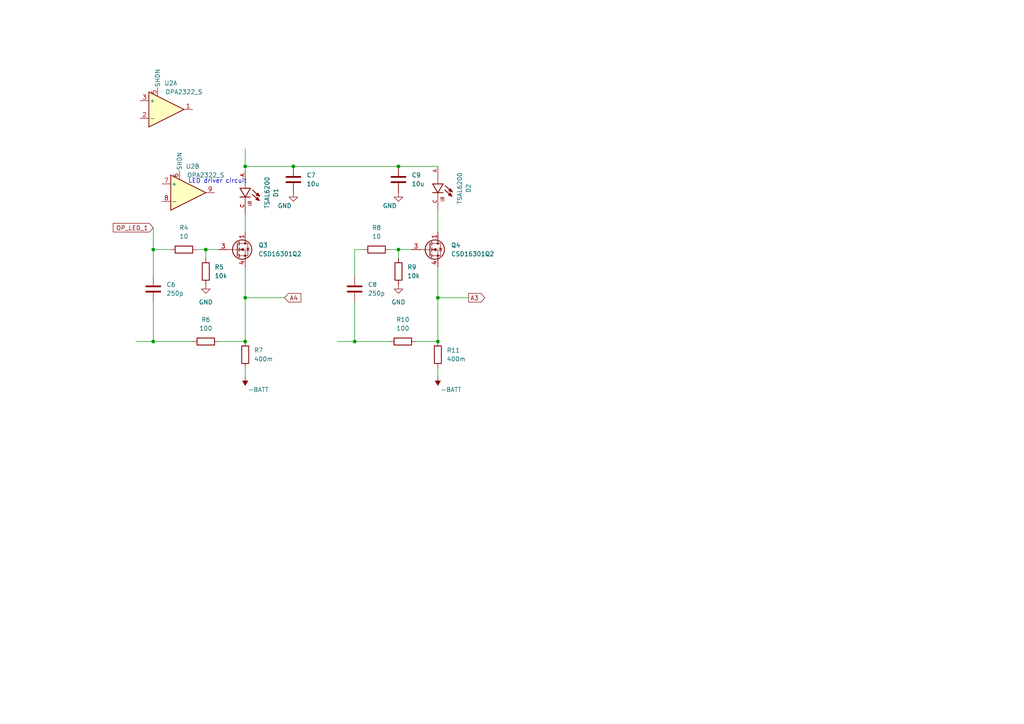
<source format=kicad_sch>
(kicad_sch (version 20230121) (generator eeschema)
  (paper "A4")
  (lib_symbols
    (symbol "Device:C" (pin_numbers hide) (pin_names (offset 0.254))
      (property "Reference" "C" (at 0.635 2.54 0))
      (property "Value" "C" (at 0.635 -2.54 0))
      (symbol "C_0_1"
        (polyline (pts (xy -2.032 -0.762) (xy 2.032 -0.762)) (stroke (width 0.508)))
        (polyline (pts (xy -2.032 0.762) (xy 2.032 0.762)) (stroke (width 0.508)))
      )
      (symbol "C_1_1"
        (pin passive line (at 0 3.81 270) (length 2.794) (name "~") (number "1"))
        (pin passive line (at 0 -3.81 90) (length 2.794) (name "~") (number "2"))
      )
    )
    (symbol "Device:R" (pin_numbers hide) (pin_names (offset 0))
      (property "Reference" "R" (at 2.032 0 90))
      (property "Value" "R" (at 0 0 90))
      (symbol "R_0_1"
        (rectangle (start -1.016 -2.54) (end 1.016 2.54) (stroke (width 0.254)))
      )
      (symbol "R_1_1"
        (pin passive line (at 0 3.81 270) (length 1.27) (name "~") (number "1"))
        (pin passive line (at 0 -3.81 90) (length 1.27) (name "~") (number "2"))
      )
    )
    (symbol "TSAL6200:TSAL6200" (pin_names (offset 1.016) hide)
      (property "Reference" "D" (at -3.556 4.826 0))
      (property "Value" "TSAL6200" (at -3.556 -3.302 0))
      (symbol "TSAL6200_0_0"
        (polyline (pts (xy -2.54 -1.524) (xy 0 0)) (stroke (width 0.254)))
        (polyline (pts (xy -2.54 0) (xy -5.08 0)) (stroke (width 0.1524)))
        (polyline (pts (xy -2.54 0) (xy -2.54 -1.524)) (stroke (width 0.254)))
        (polyline (pts (xy -2.54 1.524) (xy -2.54 0)) (stroke (width 0.254)))
        (polyline (pts (xy -1.1176 3.683) (xy -0.2286 4.1656)) (stroke (width 0.254)))
        (polyline (pts (xy -0.9398 3.6068) (xy -0.7112 3.7592)) (stroke (width 0.254)))
        (polyline (pts (xy -0.5588 3.2004) (xy -1.1176 3.683)) (stroke (width 0.254)))
        (polyline (pts (xy -0.5588 3.2004) (xy -0.5334 3.937)) (stroke (width 0.254)))
        (polyline (pts (xy -0.5334 3.937) (xy -0.6604 3.937)) (stroke (width 0.254)))
        (polyline (pts (xy -0.2286 4.1656) (xy -2.0066 2.1336)) (stroke (width 0.254)))
        (polyline (pts (xy -0.2286 4.1656) (xy -0.5588 3.2004)) (stroke (width 0.254)))
        (polyline (pts (xy 0 0) (xy -2.54 1.524)) (stroke (width 0.254)))
        (polyline (pts (xy 0 1.524) (xy 0 -1.524)) (stroke (width 0.254)))
        (polyline (pts (xy 0.127 3.5814) (xy 1.016 4.064)) (stroke (width 0.254)))
        (polyline (pts (xy 0.3048 3.5052) (xy 0.5334 3.6576)) (stroke (width 0.254)))
        (polyline (pts (xy 0.6858 3.0988) (xy 0.127 3.5814)) (stroke (width 0.254)))
        (polyline (pts (xy 0.6858 3.0988) (xy 0.7112 3.8354)) (stroke (width 0.254)))
        (polyline (pts (xy 0.7112 3.8354) (xy 0.5842 3.8354)) (stroke (width 0.254)))
        (polyline (pts (xy 1.016 4.064) (xy -0.762 2.032)) (stroke (width 0.254)))
        (polyline (pts (xy 1.016 4.064) (xy 0.6858 3.0988)) (stroke (width 0.254)))
        (text "IR" (at 1.016 2.032 0) (effects (font (size 1.016 1.016)) (justify left bottom)))
        (pin passive line (at -7.62 0 0) (length 2.54) (name "~") (number "A"))
        (pin passive line (at 5.08 0 180) (length 5.08) (name "~") (number "C"))
      )
    )
    (symbol "Transistor_FET:CSD16301Q2" (pin_names hide)
      (property "Reference" "Q" (at 5.08 1.905 0))
      (property "Value" "CSD16301Q2" (at 5.08 0 0))
      (symbol "CSD16301Q2_0_1"
        (polyline (pts (xy 0.254 0) (xy -2.54 0)))
        (polyline (pts (xy 0.254 1.905) (xy 0.254 -1.905)) (stroke (width 0.254)))
        (polyline (pts (xy 0.762 -1.27) (xy 0.762 -2.286)) (stroke (width 0.254)))
        (polyline (pts (xy 0.762 0.508) (xy 0.762 -0.508)) (stroke (width 0.254)))
        (polyline (pts (xy 0.762 2.286) (xy 0.762 1.27)) (stroke (width 0.254)))
        (polyline (pts (xy 2.54 2.54) (xy 2.54 1.778)))
        (polyline (pts (xy 2.54 -2.54) (xy 2.54 0) (xy 0.762 0)))
        (polyline (pts (xy 0.762 -1.778) (xy 3.302 -1.778) (xy 3.302 1.778) (xy 0.762 1.778)))
        (polyline (pts (xy 1.016 0) (xy 2.032 0.381) (xy 2.032 -0.381) (xy 1.016 0)) (fill (type outline)))
        (polyline (pts (xy 2.794 0.508) (xy 2.921 0.381) (xy 3.683 0.381) (xy 3.81 0.254)))
        (polyline (pts (xy 3.302 0.381) (xy 2.921 -0.254) (xy 3.683 -0.254) (xy 3.302 0.381)))
        (circle (center 1.651 0) (radius 2.794) (stroke (width 0.254)))
        (circle (center 2.54 -1.778) (radius 0.254) (fill (type outline)))
        (circle (center 2.54 1.778) (radius 0.254) (fill (type outline)))
      )
      (symbol "CSD16301Q2_1_1"
        (pin passive line (at 2.54 5.08 270) (length 2.54) (name "D") (number "1"))
        (pin passive line (at 2.54 5.08 270) (length 2.54) hide (name "D") (number "2"))
        (pin passive line (at -5.08 0 0) (length 2.54) (name "G") (number "3"))
        (pin passive line (at 2.54 -5.08 90) (length 2.54) (name "S") (number "4"))
        (pin passive line (at 2.54 5.08 270) (length 2.54) hide (name "D") (number "5"))
        (pin passive line (at 2.54 5.08 270) (length 2.54) hide (name "D") (number "6"))
        (pin passive line (at 2.54 -5.08 90) (length 2.54) hide (name "S") (number "7"))
        (pin passive line (at 2.54 5.08 270) (length 2.54) hide (name "D") (number "8"))
      )
    )
    (symbol "custom_parts:OPA2322_S" (pin_names (offset 0.127))
      (property "Reference" "U" (at 0 5.08 0))
      (property "Value" "OPA2322_S" (at 0 -5.08 0))
      (symbol "OPA2322_S_1_1"
        (polyline (pts (xy -5.08 5.08) (xy 5.08 0) (xy -5.08 -5.08) (xy -5.08 5.08)) (stroke (width 0.254)) (fill (type background)))
        (pin output line (at 7.62 0 180) (length 2.54) (name "~") (number "1"))
        (pin input line (at -7.62 -2.54 0) (length 2.54) (name "-") (number "2"))
        (pin input line (at -7.62 2.54 0) (length 2.54) (name "+") (number "3"))
        (pin input line (at -2.54 3.81 90) (length 2.54) (name "SHDN") (number "5"))
      )
      (symbol "OPA2322_S_2_1"
        (polyline (pts (xy -5.08 5.08) (xy 5.08 0) (xy -5.08 -5.08) (xy -5.08 5.08)) (stroke (width 0.254)) (fill (type background)))
        (pin output line (at -2.54 3.81 90) (length 2.54) (name "SHDN") (number "6"))
        (pin input line (at -7.62 2.54 0) (length 2.54) (name "+") (number "7"))
        (pin input line (at -7.62 -2.54 0) (length 2.54) (name "-") (number "8"))
        (pin output line (at 7.62 0 180) (length 2.54) (name "~") (number "9"))
      )
      (symbol "OPA2322_S_3_1"
        (pin power_in line (at -2.54 7.62 270) (length 3.81) (name "V+") (number "10"))
        (pin power_in line (at -2.54 -7.62 90) (length 3.81) (name "V-") (number "4"))
      )
    )
    (symbol "power:-BATT" (power) (pin_names (offset 0))
      (property "Value" "-BATT" (at 0 3.556 0))
      (symbol "-BATT_0_1"
        (polyline (pts (xy 0 0) (xy 0 2.54)))
        (polyline (pts (xy 0.762 1.27) (xy -0.762 1.27) (xy 0 2.54) (xy 0.762 1.27)) (fill (type outline)))
      )
      (symbol "-BATT_1_1"
        (pin power_in line (at 0 0 90) (length 0) hide (name "-BATT") (number "1"))
      )
    )
    (symbol "power:GND" (power) (pin_names (offset 0))
      (property "Value" "GND" (at 0 -3.81 0))
      (symbol "GND_0_1"
        (polyline (pts (xy 0 0) (xy 0 -1.27) (xy 1.27 -1.27) (xy 0 -2.54) (xy -1.27 -1.27) (xy 0 -1.27)))
      )
      (symbol "GND_1_1"
        (pin power_in line (at 0 0 270) (length 0) hide (name "GND") (number "1"))
      )
    )
  )
  (junction (at 71.12 48.26))
  (junction (at 127 99.06))
  (junction (at 71.12 99.06))
  (junction (at 44.45 72.39))
  (junction (at 115.57 72.39))
  (junction (at 102.87 99.06))
  (junction (at 115.57 48.26))
  (junction (at 127 86.36))
  (junction (at 44.45 99.06))
  (junction (at 71.12 86.36))
  (junction (at 59.69 72.39))
  (junction (at 85.09 48.26))
  (wire (pts (xy 71.12 48.26) (xy 71.12 49.53)))
  (wire (pts (xy 115.57 72.39) (xy 119.38 72.39)))
  (wire (pts (xy 127 60.96) (xy 127 67.31)))
  (wire (pts (xy 44.45 99.06) (xy 55.88 99.06)))
  (wire (pts (xy 71.12 48.26) (xy 85.09 48.26)))
  (wire (pts (xy 127 86.36) (xy 135.89 86.36)))
  (wire (pts (xy 63.5 99.06) (xy 71.12 99.06)))
  (wire (pts (xy 102.87 87.63) (xy 102.87 99.06)))
  (wire (pts (xy 57.15 72.39) (xy 59.69 72.39)))
  (wire (pts (xy 85.09 48.26) (xy 115.57 48.26)))
  (wire (pts (xy 127 106.68) (xy 127 109.22)))
  (wire (pts (xy 105.41 72.39) (xy 102.87 72.39)))
  (wire (pts (xy 102.87 72.39) (xy 102.87 80.01)))
  (wire (pts (xy 59.69 72.39) (xy 63.5 72.39)))
  (wire (pts (xy 71.12 43.18) (xy 71.12 48.26)))
  (wire (pts (xy 120.65 99.06) (xy 127 99.06)))
  (wire (pts (xy 113.03 72.39) (xy 115.57 72.39)))
  (wire (pts (xy 71.12 77.47) (xy 71.12 86.36)))
  (wire (pts (xy 71.12 86.36) (xy 82.55 86.36)))
  (wire (pts (xy 44.45 87.63) (xy 44.45 99.06)))
  (wire (pts (xy 59.69 72.39) (xy 59.69 74.93)))
  (wire (pts (xy 97.79 99.06) (xy 102.87 99.06)))
  (wire (pts (xy 44.45 66.04) (xy 44.45 72.39)))
  (wire (pts (xy 49.53 72.39) (xy 44.45 72.39)))
  (wire (pts (xy 44.45 72.39) (xy 44.45 80.01)))
  (wire (pts (xy 71.12 86.36) (xy 71.12 99.06)))
  (wire (pts (xy 115.57 48.26) (xy 127 48.26)))
  (wire (pts (xy 39.37 99.06) (xy 44.45 99.06)))
  (wire (pts (xy 71.12 106.68) (xy 71.12 109.22)))
  (wire (pts (xy 127 86.36) (xy 127 99.06)))
  (wire (pts (xy 71.12 62.23) (xy 71.12 67.31)))
  (wire (pts (xy 127 77.47) (xy 127 86.36)))
  (wire (pts (xy 102.87 99.06) (xy 113.03 99.06)))
  (wire (pts (xy 115.57 72.39) (xy 115.57 74.93)))
  (text "LED driver circuit" (at 54.61 53.34 0) (effects (font (size 1.27 1.27)) (justify left bottom)))
  (global_label "A4" (shape input) (at 82.55 86.36 0) (property "Intersheetrefs" "${INTERSHEET_REFS}" (effects hide)))
  (global_label "OP_LED_1" (shape input) (at 44.45 66.04 180) (property "Intersheetrefs" "${INTERSHEET_REFS}" (effects hide)))
  (global_label "A3" (shape output) (at 135.89 86.36 0) (property "Intersheetrefs" "${INTERSHEET_REFS}" (effects hide)))
  (symbol (lib_id "Device:R") (at 127 102.87 0) (unit 1)
    (property "Reference" "R11" (at 129.54 101.5999 0) (effects (justify left)))
    (property "Value" "400m" (at 129.54 104.1399 0) (effects (justify left)))
    (property "Footprint" "Resistor_THT:R_Axial_DIN0204_L3.6mm_D1.6mm_P7.62mm_Horizontal" (effects hide))
    (instances (project "turbidity_sensor_v2" (path "" (reference "R11") (unit 1)) (path "" (reference "R11") (unit 1))) (project "turbidity_sensor" (path "" (reference "R10") (unit 1))))
  )
  (symbol (lib_id "custom_parts:OPA2322_S") (at 48.26 31.75 0) (unit 1)
    (property "Reference" "U2" (at 49.53 24.13 0))
    (property "Value" "OPA2322_S" (at 53.34 26.67 0))
    (property "Datasheet" "http://www.ti.com/lit/ds/symlink/lm358.pdf" (effects hide))
  )
  (symbol (lib_id "Device:C") (at 44.45 83.82 0) (unit 1)
    (property "Reference" "C6" (at 48.26 82.5499 0) (effects (justify left)))
    (property "Value" "250p" (at 48.26 85.0899 0) (effects (justify left)))
    (property "Footprint" "Capacitor_THT:C_Disc_D4.3mm_W1.9mm_P5.00mm" (effects hide))
    (instances (project "turbidity_sensor_v2" (path "" (reference "C6") (unit 1)) (path "" (reference "C6") (unit 1))) (project "turbidity_sensor" (path "" (reference "C1") (unit 1))))
  )
  (symbol (lib_id "Device:R") (at 109.22 72.39 270) (unit 1)
    (property "Reference" "R8" (at 109.22 66.04 90))
    (property "Value" "10" (at 109.22 68.58 90))
    (property "Footprint" "Resistor_THT:R_Axial_DIN0204_L3.6mm_D1.6mm_P7.62mm_Horizontal" (effects hide))
    (instances (project "turbidity_sensor_v2" (path "" (reference "R8") (unit 1)) (path "" (reference "R8") (unit 1))) (project "turbidity_sensor" (path "" (reference "R7") (unit 1))))
  )
  (symbol (lib_id "power:-BATT") (at 127 109.22 180) (unit 1)
    (property "Reference" "#PWR020" (effects hide))
    (property "Value" "-BATT" (at 130.81 113.03 0))
    (instances (project "turbidity_sensor_v2" (path "" (reference "#PWR020") (unit 1)) (path "" (reference "#PWR019") (unit 1))) (project "turbidity_sensor" (path "" (reference "#PWR0104") (unit 1))))
  )
  (symbol (lib_id "Device:R") (at 53.34 72.39 270) (unit 1)
    (property "Reference" "R4" (at 53.34 66.04 90))
    (property "Value" "10" (at 53.34 68.58 90))
    (property "Footprint" "Resistor_THT:R_Axial_DIN0204_L3.6mm_D1.6mm_P7.62mm_Horizontal" (effects hide))
    (instances (project "turbidity_sensor_v2" (path "" (reference "R4") (unit 1)) (path "" (reference "R4") (unit 1))) (project "turbidity_sensor" (path "" (reference "R3") (unit 1))))
  )
  (symbol (lib_id "Device:C") (at 85.09 52.07 0) (unit 1)
    (property "Reference" "C7" (at 88.9 50.7999 0) (effects (justify left)))
    (property "Value" "10u" (at 88.9 53.3399 0) (effects (justify left)))
    (property "Footprint" "Capacitor_THT:C_Disc_D4.3mm_W1.9mm_P5.00mm" (effects hide))
    (instances (project "turbidity_sensor_v2" (path "" (reference "C7") (unit 1)) (path "" (reference "C7") (unit 1))) (project "turbidity_sensor" (path "" (reference "C9") (unit 1))))
  )
  (symbol (lib_id "Transistor_FET:CSD16301Q2") (at 68.58 72.39 0) (unit 1)
    (property "Reference" "Q3" (at 74.93 71.1199 0) (effects (justify left)))
    (property "Value" "CSD16301Q2" (at 74.93 73.6599 0) (effects (justify left)))
    (property "Footprint" "Package_SON:Texas_DQK" (effects hide))
    (property "Datasheet" "http://www.ti.com/lit/ds/symlink/csd16301q2.pdf" (effects hide))
    (instances (project "turbidity_sensor_v2" (path "" (reference "Q3") (unit 1)) (path "" (reference "Q1") (unit 1))) (project "turbidity_sensor" (path "" (reference "Q1") (unit 1))))
  )
  (symbol (lib_id "power:GND") (at 115.57 55.88 0) (unit 1)
    (property "Reference" "#PWR018" (effects hide))
    (property "Value" "GND" (at 113.03 59.69 0))
    (instances (project "turbidity_sensor_v2" (path "" (reference "#PWR018") (unit 1)) (path "" (reference "#PWR017") (unit 1))) (project "turbidity_sensor" (path "" (reference "#PWR0124") (unit 1))))
  )
  (symbol (lib_id "power:GND") (at 115.57 82.55 0) (unit 1)
    (property "Reference" "#PWR019" (effects hide))
    (property "Value" "GND" (at 115.57 87.63 0))
    (instances (project "turbidity_sensor_v2" (path "" (reference "#PWR019") (unit 1)) (path "" (reference "#PWR018") (unit 1))) (project "turbidity_sensor" (path "" (reference "#PWR0103") (unit 1))))
  )
  (symbol (lib_id "Device:C") (at 115.57 52.07 0) (unit 1)
    (property "Reference" "C9" (at 119.38 50.7999 0) (effects (justify left)))
    (property "Value" "10u" (at 119.38 53.3399 0) (effects (justify left)))
    (property "Footprint" "Capacitor_THT:C_Disc_D4.3mm_W1.9mm_P5.00mm" (effects hide))
    (instances (project "turbidity_sensor_v2" (path "" (reference "C9") (unit 1)) (path "" (reference "C9") (unit 1))) (project "turbidity_sensor" (path "" (reference "C10") (unit 1))))
  )
  (symbol (lib_id "power:GND") (at 59.69 82.55 0) (unit 1)
    (property "Reference" "#PWR014" (effects hide))
    (property "Value" "GND" (at 59.69 87.63 0))
    (instances (project "turbidity_sensor_v2" (path "" (reference "#PWR014") (unit 1)) (path "" (reference "#PWR014") (unit 1))) (project "turbidity_sensor" (path "" (reference "#PWR0107") (unit 1))))
  )
  (symbol (lib_id "custom_parts:OPA2322_S") (at 54.61 55.88 0) (unit 2)
    (property "Reference" "U2" (at 55.88 48.26 0))
    (property "Value" "OPA2322_S" (at 59.69 50.8 0))
    (property "Datasheet" "http://www.ti.com/lit/ds/symlink/lm358.pdf" (effects hide))
  )
  (symbol (lib_id "TSAL6200:TSAL6200") (at 127 55.88 270) (unit 1)
    (property "Reference" "D2" (at 135.89 54.6233 0))
    (property "Value" "TSAL6200" (at 133.35 54.6233 0))
    (property "Footprint" "SnapEDA Library:LEDRD254W55D595H900" (effects hide))
    (property "MAXIMUM_PACKAGE_HEIGHT" "9.0 mm" (effects hide))
    (property "PARTREV" "2.4" (effects hide))
    (property "MANUFACTURER" "Vishay" (effects hide))
    (property "STANDARD" "IPC-7351B" (effects hide))
    (instances (project "turbidity_sensor_v2" (path "" (reference "D2") (unit 1)) (path "" (reference "D2") (unit 1))) (project "turbidity_sensor" (path "" (reference "D3") (unit 1))))
  )
  (symbol (lib_id "Device:R") (at 116.84 99.06 270) (unit 1)
    (property "Reference" "R10" (at 116.84 92.71 90))
    (property "Value" "100" (at 116.84 95.25 90))
    (property "Footprint" "Resistor_THT:R_Axial_DIN0204_L3.6mm_D1.6mm_P7.62mm_Horizontal" (effects hide))
    (instances (project "turbidity_sensor_v2" (path "" (reference "R10") (unit 1)) (path "" (reference "R10") (unit 1))) (project "turbidity_sensor" (path "" (reference "R9") (unit 1))))
  )
  (symbol (lib_id "power:-BATT") (at 71.12 109.22 180) (unit 1)
    (property "Reference" "#PWR016" (effects hide))
    (property "Value" "-BATT" (at 74.93 113.03 0))
    (instances (project "turbidity_sensor_v2" (path "" (reference "#PWR016") (unit 1)) (path "" (reference "#PWR015") (unit 1))) (project "turbidity_sensor" (path "" (reference "#PWR0106") (unit 1))))
  )
  (symbol (lib_id "power:GND") (at 85.09 55.88 0) (unit 1)
    (property "Reference" "#PWR017" (effects hide))
    (property "Value" "GND" (at 82.55 59.69 0))
    (instances (project "turbidity_sensor_v2" (path "" (reference "#PWR017") (unit 1)) (path "" (reference "#PWR016") (unit 1))) (project "turbidity_sensor" (path "" (reference "#PWR0123") (unit 1))))
  )
  (symbol (lib_id "Device:R") (at 115.57 78.74 0) (unit 1)
    (property "Reference" "R9" (at 118.11 77.4699 0) (effects (justify left)))
    (property "Value" "10k" (at 118.11 80.0099 0) (effects (justify left)))
    (property "Footprint" "Resistor_THT:R_Axial_DIN0204_L3.6mm_D1.6mm_P7.62mm_Horizontal" (effects hide))
    (instances (project "turbidity_sensor_v2" (path "" (reference "R9") (unit 1)) (path "" (reference "R9") (unit 1))) (project "turbidity_sensor" (path "" (reference "R8") (unit 1))))
  )
  (symbol (lib_id "Device:R") (at 59.69 78.74 0) (unit 1)
    (property "Reference" "R5" (at 62.23 77.4699 0) (effects (justify left)))
    (property "Value" "10k" (at 62.23 80.0099 0) (effects (justify left)))
    (property "Footprint" "Resistor_THT:R_Axial_DIN0204_L3.6mm_D1.6mm_P7.62mm_Horizontal" (effects hide))
    (instances (project "turbidity_sensor_v2" (path "" (reference "R5") (unit 1)) (path "" (reference "R5") (unit 1))) (project "turbidity_sensor" (path "" (reference "R4") (unit 1))))
  )
  (symbol (lib_id "Transistor_FET:CSD16301Q2") (at 124.46 72.39 0) (unit 1)
    (property "Reference" "Q4" (at 130.81 71.1199 0) (effects (justify left)))
    (property "Value" "CSD16301Q2" (at 130.81 73.6599 0) (effects (justify left)))
    (property "Footprint" "Package_SON:Texas_DQK" (effects hide))
    (property "Datasheet" "http://www.ti.com/lit/ds/symlink/csd16301q2.pdf" (effects hide))
    (instances (project "turbidity_sensor_v2" (path "" (reference "Q4") (unit 1)) (path "" (reference "Q2") (unit 1))) (project "turbidity_sensor" (path "" (reference "Q2") (unit 1))))
  )
  (symbol (lib_id "Device:R") (at 59.69 99.06 270) (unit 1)
    (property "Reference" "R6" (at 59.69 92.71 90))
    (property "Value" "100" (at 59.69 95.25 90))
    (property "Footprint" "Resistor_THT:R_Axial_DIN0204_L3.6mm_D1.6mm_P7.62mm_Horizontal" (effects hide))
    (instances (project "turbidity_sensor_v2" (path "" (reference "R6") (unit 1)) (path "" (reference "R6") (unit 1))) (project "turbidity_sensor" (path "" (reference "R5") (unit 1))))
  )
  (symbol (lib_id "TSAL6200:TSAL6200") (at 71.12 57.15 270) (unit 1)
    (property "Reference" "D1" (at 80.01 55.8933 0))
    (property "Value" "TSAL6200" (at 77.47 55.8933 0))
    (property "Footprint" "SnapEDA Library:LEDRD254W55D595H900" (effects hide))
    (property "MAXIMUM_PACKAGE_HEIGHT" "9.0 mm" (effects hide))
    (property "PARTREV" "2.4" (effects hide))
    (property "MANUFACTURER" "Vishay" (effects hide))
    (property "STANDARD" "IPC-7351B" (effects hide))
    (instances (project "turbidity_sensor_v2" (path "" (reference "D1") (unit 1)) (path "" (reference "D1") (unit 1))) (project "turbidity_sensor" (path "" (reference "D2") (unit 1))))
  )
  (symbol (lib_id "Device:R") (at 71.12 102.87 0) (unit 1)
    (property "Reference" "R7" (at 73.66 101.5999 0) (effects (justify left)))
    (property "Value" "400m" (at 73.66 104.1399 0) (effects (justify left)))
    (property "Footprint" "Resistor_THT:R_Axial_DIN0204_L3.6mm_D1.6mm_P7.62mm_Horizontal" (effects hide))
    (instances (project "turbidity_sensor_v2" (path "" (reference "R7") (unit 1)) (path "" (reference "R7") (unit 1))) (project "turbidity_sensor" (path "" (reference "R6") (unit 1))))
  )
  (symbol (lib_id "Device:C") (at 102.87 83.82 180) (unit 1)
    (property "Reference" "C8" (at 106.68 82.5499 0) (effects (justify right)))
    (property "Value" "250p" (at 106.68 85.0899 0) (effects (justify right)))
    (property "Footprint" "Capacitor_THT:C_Disc_D4.3mm_W1.9mm_P5.00mm" (effects hide))
    (instances (project "turbidity_sensor_v2" (path "" (reference "C8") (unit 1)) (path "" (reference "C8") (unit 1))) (project "turbidity_sensor" (path "" (reference "C3") (unit 1))))
  )
)
</source>
